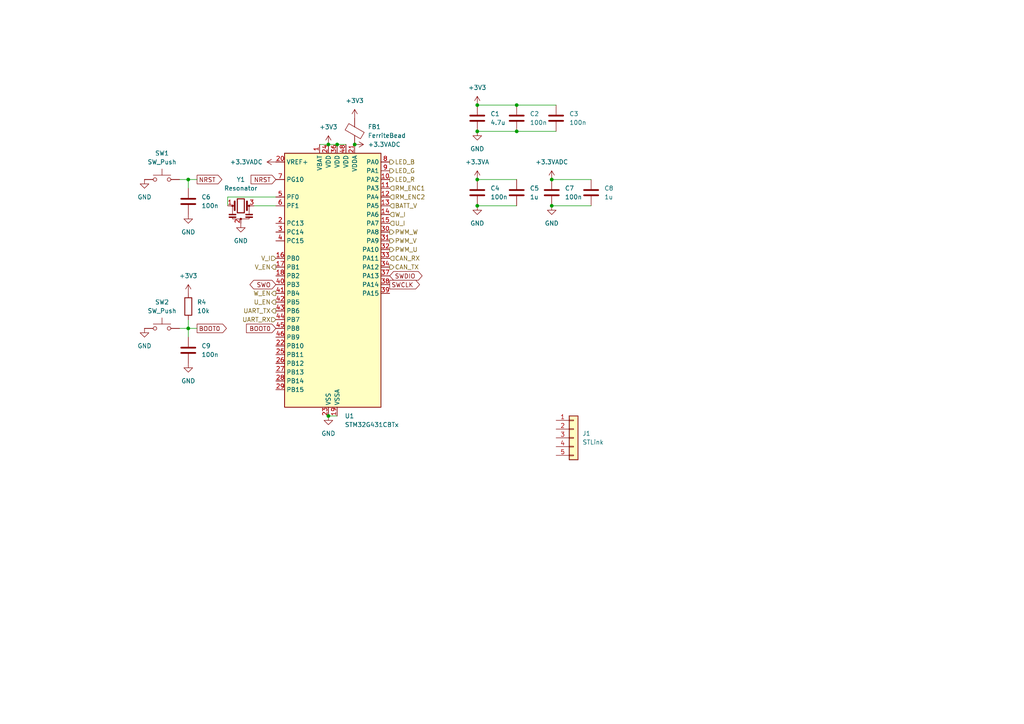
<source format=kicad_sch>
(kicad_sch (version 20230121) (generator eeschema)
  (paper "A4")
  (lib_symbols
    (symbol "Connector_Generic:Conn_01x05" (pin_names (offset 1.016) hide)
      (property "Reference" "J" (at 0 7.62 0))
      (property "Value" "Conn_01x05" (at 0 -7.62 0))
      (symbol "Conn_01x05_1_1"
        (rectangle (start -1.27 -4.953) (end 0 -5.207) (stroke (width 0.1524)))
        (rectangle (start -1.27 -2.413) (end 0 -2.667) (stroke (width 0.1524)))
        (rectangle (start -1.27 0.127) (end 0 -0.127) (stroke (width 0.1524)))
        (rectangle (start -1.27 2.667) (end 0 2.413) (stroke (width 0.1524)))
        (rectangle (start -1.27 5.207) (end 0 4.953) (stroke (width 0.1524)))
        (rectangle (start -1.27 6.35) (end 1.27 -6.35) (stroke (width 0.254)) (fill (type background)))
        (pin passive line (at -5.08 5.08 0) (length 3.81) (name "Pin_1") (number "1"))
        (pin passive line (at -5.08 2.54 0) (length 3.81) (name "Pin_2") (number "2"))
        (pin passive line (at -5.08 0 0) (length 3.81) (name "Pin_3") (number "3"))
        (pin passive line (at -5.08 -2.54 0) (length 3.81) (name "Pin_4") (number "4"))
        (pin passive line (at -5.08 -5.08 0) (length 3.81) (name "Pin_5") (number "5"))
      )
    )
    (symbol "Device:C" (pin_numbers hide) (pin_names (offset 0.254))
      (property "Reference" "C" (at 0.635 2.54 0))
      (property "Value" "C" (at 0.635 -2.54 0))
      (symbol "C_0_1"
        (polyline (pts (xy -2.032 -0.762) (xy 2.032 -0.762)) (stroke (width 0.508)))
        (polyline (pts (xy -2.032 0.762) (xy 2.032 0.762)) (stroke (width 0.508)))
      )
      (symbol "C_1_1"
        (pin passive line (at 0 3.81 270) (length 2.794) (name "~") (number "1"))
        (pin passive line (at 0 -3.81 90) (length 2.794) (name "~") (number "2"))
      )
    )
    (symbol "Device:FerriteBead" (pin_numbers hide) (pin_names (offset 0))
      (property "Reference" "FB" (at -3.81 0.635 90))
      (property "Value" "FerriteBead" (at 3.81 0 90))
      (symbol "FerriteBead_0_1"
        (polyline (pts (xy 0 -1.27) (xy 0 -1.2192)))
        (polyline (pts (xy 0 1.27) (xy 0 1.2954)))
        (polyline (pts (xy -2.7686 0.4064) (xy -1.7018 2.2606) (xy 2.7686 -0.3048) (xy 1.6764 -2.159) (xy -2.7686 0.4064)))
      )
      (symbol "FerriteBead_1_1"
        (pin passive line (at 0 3.81 270) (length 2.54) (name "~") (number "1"))
        (pin passive line (at 0 -3.81 90) (length 2.54) (name "~") (number "2"))
      )
    )
    (symbol "Device:R" (pin_numbers hide) (pin_names (offset 0))
      (property "Reference" "R" (at 2.032 0 90))
      (property "Value" "R" (at 0 0 90))
      (symbol "R_0_1"
        (rectangle (start -1.016 -2.54) (end 1.016 2.54) (stroke (width 0.254)))
      )
      (symbol "R_1_1"
        (pin passive line (at 0 3.81 270) (length 1.27) (name "~") (number "1"))
        (pin passive line (at 0 -3.81 90) (length 1.27) (name "~") (number "2"))
      )
    )
    (symbol "Device:Resonator" (pin_names (offset 1.016) hide)
      (property "Reference" "Y" (at 0 5.715 0))
      (property "Value" "Resonator" (at 0 3.81 0))
      (symbol "Resonator_0_1"
        (rectangle (start -3.429 -3.175) (end -1.397 -3.429) (fill (type outline)))
        (rectangle (start -3.429 -2.413) (end -1.397 -2.667) (fill (type outline)))
        (circle (center -2.413 0) (radius 0.254) (fill (type outline)))
        (rectangle (start -1.016 2.032) (end 1.016 -2.032) (stroke (width 0.3048)))
        (circle (center 0 -3.81) (radius 0.254) (fill (type outline)))
        (polyline (pts (xy -2.413 -2.413) (xy -2.413 0)))
        (polyline (pts (xy -1.905 0) (xy -3.175 0)))
        (polyline (pts (xy -1.778 -1.27) (xy -1.778 1.27)) (stroke (width 0.508)))
        (polyline (pts (xy 1.778 -1.27) (xy 1.778 1.27)) (stroke (width 0.508)))
        (polyline (pts (xy 1.905 0) (xy 2.54 0)))
        (polyline (pts (xy 2.413 0) (xy 2.413 -2.54)))
        (polyline (pts (xy 2.413 -3.302) (xy 2.413 -3.81) (xy -2.413 -3.81) (xy -2.413 -3.302)))
        (rectangle (start 1.397 -3.175) (end 3.429 -3.429) (fill (type outline)))
        (rectangle (start 1.397 -2.413) (end 3.429 -2.667) (fill (type outline)))
        (circle (center 2.413 0) (radius 0.254) (fill (type outline)))
      )
      (symbol "Resonator_1_1"
        (pin passive line (at -3.81 0 0) (length 1.27) (name "1") (number "1"))
        (pin passive line (at 0 -5.08 90) (length 1.27) (name "2") (number "2"))
        (pin passive line (at 3.81 0 180) (length 1.27) (name "3") (number "3"))
      )
    )
    (symbol "MCU_ST_STM32G4:STM32G431CBTx"
      (property "Reference" "U" (at -12.7 39.37 0))
      (property "Value" "STM32G431CBTx" (at 10.16 39.37 0))
      (symbol "STM32G431CBTx_0_1"
        (rectangle (start -12.7 -35.56) (end 15.24 38.1) (stroke (width 0.254)) (fill (type background)))
      )
      (symbol "STM32G431CBTx_1_1"
        (pin power_in line (at -2.54 40.64 270) (length 2.54) (name "VBAT") (number "1"))
        (pin bidirectional line (at 17.78 30.48 180) (length 2.54) (name "PA2") (number "10"))
        (pin bidirectional line (at 17.78 27.94 180) (length 2.54) (name "PA3") (number "11"))
        (pin bidirectional line (at 17.78 25.4 180) (length 2.54) (name "PA4") (number "12"))
        (pin bidirectional line (at 17.78 22.86 180) (length 2.54) (name "PA5") (number "13"))
        (pin bidirectional line (at 17.78 20.32 180) (length 2.54) (name "PA6") (number "14"))
        (pin bidirectional line (at 17.78 17.78 180) (length 2.54) (name "PA7") (number "15"))
        (pin bidirectional line (at -15.24 7.62 0) (length 2.54) (name "PB0") (number "16"))
        (pin bidirectional line (at -15.24 5.08 0) (length 2.54) (name "PB1") (number "17"))
        (pin bidirectional line (at -15.24 2.54 0) (length 2.54) (name "PB2") (number "18"))
        (pin power_in line (at 2.54 -38.1 90) (length 2.54) (name "VSSA") (number "19"))
        (pin bidirectional line (at -15.24 17.78 0) (length 2.54) (name "PC13") (number "2"))
        (pin input line (at -15.24 35.56 0) (length 2.54) (name "VREF+") (number "20"))
        (pin power_in line (at 7.62 40.64 270) (length 2.54) (name "VDDA") (number "21"))
        (pin bidirectional line (at -15.24 -17.78 0) (length 2.54) (name "PB10") (number "22"))
        (pin power_in line (at 0 -38.1 90) (length 2.54) (name "VSS") (number "23"))
        (pin power_in line (at 0 40.64 270) (length 2.54) (name "VDD") (number "24"))
        (pin bidirectional line (at -15.24 -20.32 0) (length 2.54) (name "PB11") (number "25"))
        (pin bidirectional line (at -15.24 -22.86 0) (length 2.54) (name "PB12") (number "26"))
        (pin bidirectional line (at -15.24 -25.4 0) (length 2.54) (name "PB13") (number "27"))
        (pin bidirectional line (at -15.24 -27.94 0) (length 2.54) (name "PB14") (number "28"))
        (pin bidirectional line (at -15.24 -30.48 0) (length 2.54) (name "PB15") (number "29"))
        (pin bidirectional line (at -15.24 15.24 0) (length 2.54) (name "PC14") (number "3"))
        (pin bidirectional line (at 17.78 15.24 180) (length 2.54) (name "PA8") (number "30"))
        (pin bidirectional line (at 17.78 12.7 180) (length 2.54) (name "PA9") (number "31"))
        (pin bidirectional line (at 17.78 10.16 180) (length 2.54) (name "PA10") (number "32"))
        (pin bidirectional line (at 17.78 7.62 180) (length 2.54) (name "PA11") (number "33"))
        (pin bidirectional line (at 17.78 5.08 180) (length 2.54) (name "PA12") (number "34"))
        (pin passive line (at 0 -38.1 90) (length 2.54) hide (name "VSS") (number "35"))
        (pin power_in line (at 2.54 40.64 270) (length 2.54) (name "VDD") (number "36"))
        (pin bidirectional line (at 17.78 2.54 180) (length 2.54) (name "PA13") (number "37"))
        (pin bidirectional line (at 17.78 0 180) (length 2.54) (name "PA14") (number "38"))
        (pin bidirectional line (at 17.78 -2.54 180) (length 2.54) (name "PA15") (number "39"))
        (pin bidirectional line (at -15.24 12.7 0) (length 2.54) (name "PC15") (number "4"))
        (pin bidirectional line (at -15.24 0 0) (length 2.54) (name "PB3") (number "40"))
        (pin bidirectional line (at -15.24 -2.54 0) (length 2.54) (name "PB4") (number "41"))
        (pin bidirectional line (at -15.24 -5.08 0) (length 2.54) (name "PB5") (number "42"))
        (pin bidirectional line (at -15.24 -7.62 0) (length 2.54) (name "PB6") (number "43"))
        (pin bidirectional line (at -15.24 -10.16 0) (length 2.54) (name "PB7") (number "44"))
        (pin bidirectional line (at -15.24 -12.7 0) (length 2.54) (name "PB8") (number "45"))
        (pin bidirectional line (at -15.24 -15.24 0) (length 2.54) (name "PB9") (number "46"))
        (pin passive line (at 0 -38.1 90) (length 2.54) hide (name "VSS") (number "47"))
        (pin power_in line (at 5.08 40.64 270) (length 2.54) (name "VDD") (number "48"))
        (pin bidirectional line (at -15.24 25.4 0) (length 2.54) (name "PF0") (number "5"))
        (pin bidirectional line (at -15.24 22.86 0) (length 2.54) (name "PF1") (number "6"))
        (pin bidirectional line (at -15.24 30.48 0) (length 2.54) (name "PG10") (number "7"))
        (pin bidirectional line (at 17.78 35.56 180) (length 2.54) (name "PA0") (number "8"))
        (pin bidirectional line (at 17.78 33.02 180) (length 2.54) (name "PA1") (number "9"))
      )
    )
    (symbol "Switch:SW_Push" (pin_numbers hide) (pin_names (offset 1.016) hide)
      (property "Reference" "SW" (at 1.27 2.54 0))
      (property "Value" "SW_Push" (at 0 -1.524 0))
      (symbol "SW_Push_0_1"
        (circle (center -2.032 0) (radius 0.508))
        (polyline (pts (xy 0 1.27) (xy 0 3.048)))
        (polyline (pts (xy 2.54 1.27) (xy -2.54 1.27)))
        (circle (center 2.032 0) (radius 0.508))
        (pin passive line (at -5.08 0 0) (length 2.54) (name "1") (number "1"))
        (pin passive line (at 5.08 0 180) (length 2.54) (name "2") (number "2"))
      )
    )
    (symbol "power:+3.3VA" (power) (pin_names (offset 0))
      (property "Value" "+3.3VA" (at 0 3.556 0))
      (symbol "+3.3VA_0_1"
        (polyline (pts (xy -0.762 1.27) (xy 0 2.54)))
        (polyline (pts (xy 0 0) (xy 0 2.54)))
        (polyline (pts (xy 0 2.54) (xy 0.762 1.27)))
      )
      (symbol "+3.3VA_1_1"
        (pin power_in line (at 0 0 90) (length 0) hide (name "+3.3VA") (number "1"))
      )
    )
    (symbol "power:+3.3VADC" (power) (pin_names (offset 0))
      (property "Value" "+3.3VADC" (at 0 2.54 0))
      (symbol "+3.3VADC_0_0"
        (pin power_in line (at 0 0 90) (length 0) hide (name "+3.3VADC") (number "1"))
      )
      (symbol "+3.3VADC_0_1"
        (polyline (pts (xy -0.762 1.27) (xy 0 2.54)))
        (polyline (pts (xy 0 0) (xy 0 2.54)))
        (polyline (pts (xy 0 2.54) (xy 0.762 1.27)))
      )
    )
    (symbol "power:+3V3" (power) (pin_names (offset 0))
      (property "Value" "+3V3" (at 0 3.556 0))
      (symbol "+3V3_0_1"
        (polyline (pts (xy -0.762 1.27) (xy 0 2.54)))
        (polyline (pts (xy 0 0) (xy 0 2.54)))
        (polyline (pts (xy 0 2.54) (xy 0.762 1.27)))
      )
      (symbol "+3V3_1_1"
        (pin power_in line (at 0 0 90) (length 0) hide (name "+3V3") (number "1"))
      )
    )
    (symbol "power:GND" (power) (pin_names (offset 0))
      (property "Value" "GND" (at 0 -3.81 0))
      (symbol "GND_0_1"
        (polyline (pts (xy 0 0) (xy 0 -1.27) (xy 1.27 -1.27) (xy 0 -2.54) (xy -1.27 -1.27) (xy 0 -1.27)))
      )
      (symbol "GND_1_1"
        (pin power_in line (at 0 0 270) (length 0) hide (name "GND") (number "1"))
      )
    )
  )
  (junction (at 160.02 52.07))
  (junction (at 102.87 41.91))
  (junction (at 54.61 95.25))
  (junction (at 149.86 30.48))
  (junction (at 138.43 59.69))
  (junction (at 95.25 41.91))
  (junction (at 138.43 38.1))
  (junction (at 138.43 52.07))
  (junction (at 95.25 120.65))
  (junction (at 149.86 38.1))
  (junction (at 160.02 59.69))
  (junction (at 97.79 41.91))
  (junction (at 138.43 30.48))
  (junction (at 54.61 52.07))
  (wire (pts (xy 54.61 52.07) (xy 54.61 54.61)))
  (wire (pts (xy 54.61 52.07) (xy 57.15 52.07)))
  (wire (pts (xy 80.01 57.15) (xy 66.04 57.15)))
  (wire (pts (xy 138.43 59.69) (xy 149.86 59.69)))
  (wire (pts (xy 73.66 59.69) (xy 80.01 59.69)))
  (wire (pts (xy 95.25 120.65) (xy 97.79 120.65)))
  (wire (pts (xy 138.43 38.1) (xy 149.86 38.1)))
  (wire (pts (xy 160.02 52.07) (xy 171.45 52.07)))
  (wire (pts (xy 92.71 41.91) (xy 95.25 41.91)))
  (wire (pts (xy 149.86 30.48) (xy 161.29 30.48)))
  (wire (pts (xy 54.61 92.71) (xy 54.61 95.25)))
  (wire (pts (xy 54.61 95.25) (xy 54.61 97.79)))
  (wire (pts (xy 160.02 59.69) (xy 171.45 59.69)))
  (wire (pts (xy 66.04 57.15) (xy 66.04 59.69)))
  (wire (pts (xy 54.61 95.25) (xy 57.15 95.25)))
  (wire (pts (xy 138.43 30.48) (xy 149.86 30.48)))
  (wire (pts (xy 97.79 41.91) (xy 100.33 41.91)))
  (wire (pts (xy 52.07 52.07) (xy 54.61 52.07)))
  (wire (pts (xy 138.43 52.07) (xy 149.86 52.07)))
  (wire (pts (xy 149.86 38.1) (xy 161.29 38.1)))
  (wire (pts (xy 52.07 95.25) (xy 54.61 95.25)))
  (wire (pts (xy 95.25 41.91) (xy 97.79 41.91)))
  (global_label "NRST" (shape output) (at 57.15 52.07 0) (property "Intersheetrefs" "${INTERSHEET_REFS}" (effects hide)))
  (global_label "SWO" (shape bidirectional) (at 80.01 82.55 180) (property "Intersheetrefs" "${INTERSHEET_REFS}" (effects hide)))
  (global_label "BOOT0" (shape input) (at 80.01 95.25 180) (property "Intersheetrefs" "${INTERSHEET_REFS}" (effects hide)))
  (global_label "NRST" (shape input) (at 80.01 52.07 180) (property "Intersheetrefs" "${INTERSHEET_REFS}" (effects hide)))
  (global_label "SWCLK" (shape output) (at 113.03 82.55 0) (property "Intersheetrefs" "${INTERSHEET_REFS}" (effects hide)))
  (global_label "SWDIO" (shape bidirectional) (at 113.03 80.01 0) (property "Intersheetrefs" "${INTERSHEET_REFS}" (effects hide)))
  (global_label "BOOT0" (shape output) (at 57.15 95.25 0) (property "Intersheetrefs" "${INTERSHEET_REFS}" (effects hide)))
  (hierarchical_label "LED_B" (shape output) (at 113.03 46.99 0))
  (hierarchical_label "RM_ENC1" (shape input) (at 113.03 54.61 0))
  (hierarchical_label "PWM_U" (shape output) (at 113.03 72.39 0))
  (hierarchical_label "CAN_TX" (shape output) (at 113.03 77.47 0))
  (hierarchical_label "RM_ENC2" (shape input) (at 113.03 57.15 0))
  (hierarchical_label "UART_TX" (shape output) (at 80.01 90.17 180))
  (hierarchical_label "LED_G" (shape output) (at 113.03 49.53 0))
  (hierarchical_label "PWM_W" (shape output) (at 113.03 67.31 0))
  (hierarchical_label "U_EN" (shape output) (at 80.01 87.63 180))
  (hierarchical_label "V_EN" (shape output) (at 80.01 77.47 180))
  (hierarchical_label "W_EN" (shape output) (at 80.01 85.09 180))
  (hierarchical_label "BATT_V" (shape input) (at 113.03 59.69 0))
  (hierarchical_label "V_I" (shape input) (at 80.01 74.93 180))
  (hierarchical_label "CAN_RX" (shape input) (at 113.03 74.93 0))
  (hierarchical_label "W_I" (shape input) (at 113.03 62.23 0))
  (hierarchical_label "UART_RX" (shape input) (at 80.01 92.71 180))
  (hierarchical_label "U_I" (shape input) (at 113.03 64.77 0))
  (hierarchical_label "PWM_V" (shape output) (at 113.03 69.85 0))
  (hierarchical_label "LED_R" (shape output) (at 113.03 52.07 0))
  (symbol (lib_id "power:+3.3VADC") (at 102.87 41.91 270) (unit 1)
    (property "Reference" "#PWR010" (effects hide))
    (property "Value" "+3.3VADC" (at 106.68 41.91 90) (effects (justify left)))
  )
  (symbol (lib_id "Device:C") (at 54.61 101.6 0) (unit 1)
    (property "Reference" "C9" (at 58.42 100.33 0) (effects (justify left)))
    (property "Value" "100n" (at 58.42 102.87 0) (effects (justify left)))
  )
  (symbol (lib_id "power:GND") (at 138.43 59.69 0) (unit 1)
    (property "Reference" "#PWR013" (effects hide))
    (property "Value" "GND" (at 138.43 64.77 0))
  )
  (symbol (lib_id "power:GND") (at 41.91 95.25 0) (unit 1)
    (property "Reference" "#PWR01" (effects hide))
    (property "Value" "GND" (at 41.91 100.33 0))
  )
  (symbol (lib_id "Device:C") (at 138.43 55.88 0) (unit 1)
    (property "Reference" "C4" (at 142.24 54.61 0) (effects (justify left)))
    (property "Value" "100n" (at 142.24 57.15 0) (effects (justify left)))
  )
  (symbol (lib_id "power:GND") (at 95.25 120.65 0) (unit 1)
    (property "Reference" "#PWR014" (effects hide))
    (property "Value" "GND" (at 95.25 125.73 0))
  )
  (symbol (lib_id "Switch:SW_Push") (at 46.99 52.07 0) (unit 1)
    (property "Reference" "SW1" (at 46.99 44.45 0))
    (property "Value" "SW_Push" (at 46.99 46.99 0))
  )
  (symbol (lib_id "Device:FerriteBead") (at 102.87 38.1 0) (unit 1)
    (property "Reference" "FB1" (at 106.68 36.7792 0) (effects (justify left)))
    (property "Value" "FerriteBead" (at 106.68 39.3192 0) (effects (justify left)))
  )
  (symbol (lib_id "Device:Resonator") (at 69.85 59.69 0) (unit 1)
    (property "Reference" "Y1" (at 69.85 52.07 0))
    (property "Value" "Resonator" (at 69.85 54.61 0))
  )
  (symbol (lib_id "Device:C") (at 149.86 55.88 0) (unit 1)
    (property "Reference" "C5" (at 153.67 54.61 0) (effects (justify left)))
    (property "Value" "1u" (at 153.67 57.15 0) (effects (justify left)))
  )
  (symbol (lib_id "power:GND") (at 69.85 64.77 0) (unit 1)
    (property "Reference" "#PWR018" (effects hide))
    (property "Value" "GND" (at 69.85 69.85 0))
  )
  (symbol (lib_id "power:GND") (at 160.02 59.69 0) (unit 1)
    (property "Reference" "#PWR012" (effects hide))
    (property "Value" "GND" (at 160.02 64.77 0))
  )
  (symbol (lib_id "Connector_Generic:Conn_01x05") (at 166.37 127 0) (unit 1)
    (property "Reference" "J1" (at 168.91 125.73 0) (effects (justify left)))
    (property "Value" "STLink" (at 168.91 128.27 0) (effects (justify left)))
  )
  (symbol (lib_id "power:GND") (at 41.91 52.07 0) (unit 1)
    (property "Reference" "#PWR08" (effects hide))
    (property "Value" "GND" (at 41.91 57.15 0))
  )
  (symbol (lib_id "power:GND") (at 138.43 38.1 0) (unit 1)
    (property "Reference" "#PWR05" (effects hide))
    (property "Value" "GND" (at 138.43 43.18 0))
  )
  (symbol (lib_id "Device:C") (at 54.61 58.42 0) (unit 1)
    (property "Reference" "C6" (at 58.42 57.15 0) (effects (justify left)))
    (property "Value" "100n" (at 58.42 59.69 0) (effects (justify left)))
  )
  (symbol (lib_id "Device:C") (at 160.02 55.88 0) (unit 1)
    (property "Reference" "C7" (at 163.83 54.61 0) (effects (justify left)))
    (property "Value" "100n" (at 163.83 57.15 0) (effects (justify left)))
  )
  (symbol (lib_id "Device:C") (at 171.45 55.88 0) (unit 1)
    (property "Reference" "C8" (at 175.26 54.61 0) (effects (justify left)))
    (property "Value" "1u" (at 175.26 57.15 0) (effects (justify left)))
  )
  (symbol (lib_id "Device:C") (at 161.29 34.29 0) (unit 1)
    (property "Reference" "C3" (at 165.1 33.02 0) (effects (justify left)))
    (property "Value" "100n" (at 165.1 35.56 0) (effects (justify left)))
  )
  (symbol (lib_id "Device:C") (at 138.43 34.29 0) (unit 1)
    (property "Reference" "C1" (at 142.24 33.02 0) (effects (justify left)))
    (property "Value" "4.7u" (at 142.24 35.56 0) (effects (justify left)))
  )
  (symbol (lib_id "power:+3.3VADC") (at 80.01 46.99 90) (unit 1)
    (property "Reference" "#PWR017" (effects hide))
    (property "Value" "+3.3VADC" (at 76.2 46.99 90) (effects (justify left)))
  )
  (symbol (lib_id "power:+3V3") (at 95.25 41.91 0) (unit 1)
    (property "Reference" "#PWR06" (effects hide))
    (property "Value" "+3V3" (at 95.25 36.83 0))
  )
  (symbol (lib_id "Switch:SW_Push") (at 46.99 95.25 0) (unit 1)
    (property "Reference" "SW2" (at 46.99 87.63 0))
    (property "Value" "SW_Push" (at 46.99 90.17 0))
  )
  (symbol (lib_id "Device:C") (at 149.86 34.29 0) (unit 1)
    (property "Reference" "C2" (at 153.67 33.02 0) (effects (justify left)))
    (property "Value" "100n" (at 153.67 35.56 0) (effects (justify left)))
  )
  (symbol (lib_id "power:+3.3VADC") (at 160.02 52.07 0) (unit 1)
    (property "Reference" "#PWR015" (effects hide))
    (property "Value" "+3.3VADC" (at 160.02 46.99 0))
  )
  (symbol (lib_id "MCU_ST_STM32G4:STM32G431CBTx") (at 95.25 82.55 0) (unit 1)
    (property "Reference" "U1" (at 99.9841 120.65 0) (effects (justify left)))
    (property "Value" "STM32G431CBTx" (at 99.9841 123.19 0) (effects (justify left)))
    (property "Footprint" "Package_QFP:LQFP-48_7x7mm_P0.5mm" (effects hide))
    (property "Datasheet" "https://www.st.com/resource/en/datasheet/stm32g431cb.pdf" (effects hide))
  )
  (symbol (lib_id "power:GND") (at 54.61 62.23 0) (unit 1)
    (property "Reference" "#PWR09" (effects hide))
    (property "Value" "GND" (at 54.61 67.31 0))
  )
  (symbol (lib_id "power:+3V3") (at 54.61 85.09 0) (unit 1)
    (property "Reference" "#PWR03" (effects hide))
    (property "Value" "+3V3" (at 54.61 80.01 0))
  )
  (symbol (lib_id "power:GND") (at 54.61 105.41 0) (unit 1)
    (property "Reference" "#PWR02" (effects hide))
    (property "Value" "GND" (at 54.61 110.49 0))
  )
  (symbol (lib_id "power:+3.3VA") (at 138.43 52.07 0) (unit 1)
    (property "Reference" "#PWR011" (effects hide))
    (property "Value" "+3.3VA" (at 138.43 46.99 0))
  )
  (symbol (lib_id "power:+3V3") (at 102.87 34.29 0) (unit 1)
    (property "Reference" "#PWR07" (effects hide))
    (property "Value" "+3V3" (at 102.87 29.21 0))
  )
  (symbol (lib_id "Device:R") (at 54.61 88.9 0) (unit 1)
    (property "Reference" "R4" (at 57.15 87.63 0) (effects (justify left)))
    (property "Value" "10k" (at 57.15 90.17 0) (effects (justify left)))
  )
  (symbol (lib_id "power:+3V3") (at 138.43 30.48 0) (unit 1)
    (property "Reference" "#PWR04" (effects hide))
    (property "Value" "+3V3" (at 138.43 25.4 0))
  )
)
</source>
